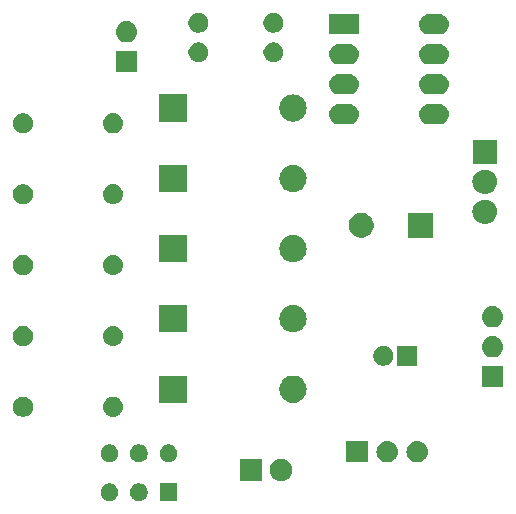
<source format=gts>
G04 #@! TF.GenerationSoftware,KiCad,Pcbnew,(5.1.4)-1*
G04 #@! TF.CreationDate,2022-04-26T14:24:58-06:00*
G04 #@! TF.ProjectId,UselessBox V2,5573656c-6573-4734-926f-782056322e6b,2*
G04 #@! TF.SameCoordinates,Original*
G04 #@! TF.FileFunction,Soldermask,Top*
G04 #@! TF.FilePolarity,Negative*
%FSLAX46Y46*%
G04 Gerber Fmt 4.6, Leading zero omitted, Abs format (unit mm)*
G04 Created by KiCad (PCBNEW (5.1.4)-1) date 2022-04-26 14:24:58*
%MOMM*%
%LPD*%
G04 APERTURE LIST*
%ADD10C,0.100000*%
G04 APERTURE END LIST*
D10*
G36*
X140070000Y-122544000D02*
G01*
X138568000Y-122544000D01*
X138568000Y-121042000D01*
X140070000Y-121042000D01*
X140070000Y-122544000D01*
X140070000Y-122544000D01*
G37*
G36*
X137038059Y-121070860D02*
G01*
X137174732Y-121127472D01*
X137297735Y-121209660D01*
X137402340Y-121314265D01*
X137484528Y-121437268D01*
X137541140Y-121573941D01*
X137570000Y-121719033D01*
X137570000Y-121866967D01*
X137541140Y-122012059D01*
X137484528Y-122148732D01*
X137402340Y-122271735D01*
X137297735Y-122376340D01*
X137174732Y-122458528D01*
X137174731Y-122458529D01*
X137174730Y-122458529D01*
X137038059Y-122515140D01*
X136892968Y-122544000D01*
X136745032Y-122544000D01*
X136599941Y-122515140D01*
X136463270Y-122458529D01*
X136463269Y-122458529D01*
X136463268Y-122458528D01*
X136340265Y-122376340D01*
X136235660Y-122271735D01*
X136153472Y-122148732D01*
X136096860Y-122012059D01*
X136068000Y-121866967D01*
X136068000Y-121719033D01*
X136096860Y-121573941D01*
X136153472Y-121437268D01*
X136235660Y-121314265D01*
X136340265Y-121209660D01*
X136463268Y-121127472D01*
X136599941Y-121070860D01*
X136745032Y-121042000D01*
X136892968Y-121042000D01*
X137038059Y-121070860D01*
X137038059Y-121070860D01*
G37*
G36*
X134538059Y-121070860D02*
G01*
X134674732Y-121127472D01*
X134797735Y-121209660D01*
X134902340Y-121314265D01*
X134984528Y-121437268D01*
X135041140Y-121573941D01*
X135070000Y-121719033D01*
X135070000Y-121866967D01*
X135041140Y-122012059D01*
X134984528Y-122148732D01*
X134902340Y-122271735D01*
X134797735Y-122376340D01*
X134674732Y-122458528D01*
X134674731Y-122458529D01*
X134674730Y-122458529D01*
X134538059Y-122515140D01*
X134392968Y-122544000D01*
X134245032Y-122544000D01*
X134099941Y-122515140D01*
X133963270Y-122458529D01*
X133963269Y-122458529D01*
X133963268Y-122458528D01*
X133840265Y-122376340D01*
X133735660Y-122271735D01*
X133653472Y-122148732D01*
X133596860Y-122012059D01*
X133568000Y-121866967D01*
X133568000Y-121719033D01*
X133596860Y-121573941D01*
X133653472Y-121437268D01*
X133735660Y-121314265D01*
X133840265Y-121209660D01*
X133963268Y-121127472D01*
X134099941Y-121070860D01*
X134245032Y-121042000D01*
X134392968Y-121042000D01*
X134538059Y-121070860D01*
X134538059Y-121070860D01*
G37*
G36*
X147255000Y-120839000D02*
G01*
X145353000Y-120839000D01*
X145353000Y-118937000D01*
X147255000Y-118937000D01*
X147255000Y-120839000D01*
X147255000Y-120839000D01*
G37*
G36*
X149121395Y-118973546D02*
G01*
X149294466Y-119045234D01*
X149294467Y-119045235D01*
X149450227Y-119149310D01*
X149582690Y-119281773D01*
X149582691Y-119281775D01*
X149686766Y-119437534D01*
X149758454Y-119610605D01*
X149795000Y-119794333D01*
X149795000Y-119981667D01*
X149758454Y-120165395D01*
X149686766Y-120338466D01*
X149686765Y-120338467D01*
X149582690Y-120494227D01*
X149450227Y-120626690D01*
X149371818Y-120679081D01*
X149294466Y-120730766D01*
X149121395Y-120802454D01*
X148937667Y-120839000D01*
X148750333Y-120839000D01*
X148566605Y-120802454D01*
X148393534Y-120730766D01*
X148316182Y-120679081D01*
X148237773Y-120626690D01*
X148105310Y-120494227D01*
X148001235Y-120338467D01*
X148001234Y-120338466D01*
X147929546Y-120165395D01*
X147893000Y-119981667D01*
X147893000Y-119794333D01*
X147929546Y-119610605D01*
X148001234Y-119437534D01*
X148105309Y-119281775D01*
X148105310Y-119281773D01*
X148237773Y-119149310D01*
X148393533Y-119045235D01*
X148393534Y-119045234D01*
X148566605Y-118973546D01*
X148750333Y-118937000D01*
X148937667Y-118937000D01*
X149121395Y-118973546D01*
X149121395Y-118973546D01*
G37*
G36*
X160481119Y-117469518D02*
G01*
X160547304Y-117476037D01*
X160717143Y-117527557D01*
X160873668Y-117611222D01*
X160909406Y-117640552D01*
X161010863Y-117723814D01*
X161094125Y-117825271D01*
X161123455Y-117861009D01*
X161207120Y-118017534D01*
X161258640Y-118187373D01*
X161276036Y-118364000D01*
X161258640Y-118540627D01*
X161207120Y-118710466D01*
X161123455Y-118866991D01*
X161094125Y-118902729D01*
X161010863Y-119004186D01*
X160909406Y-119087448D01*
X160873668Y-119116778D01*
X160717143Y-119200443D01*
X160547304Y-119251963D01*
X160481120Y-119258481D01*
X160414937Y-119265000D01*
X160326417Y-119265000D01*
X160260234Y-119258481D01*
X160194050Y-119251963D01*
X160024211Y-119200443D01*
X159867686Y-119116778D01*
X159831948Y-119087448D01*
X159730491Y-119004186D01*
X159647229Y-118902729D01*
X159617899Y-118866991D01*
X159534234Y-118710466D01*
X159482714Y-118540627D01*
X159465318Y-118364000D01*
X159482714Y-118187373D01*
X159534234Y-118017534D01*
X159617899Y-117861009D01*
X159647229Y-117825271D01*
X159730491Y-117723814D01*
X159831948Y-117640552D01*
X159867686Y-117611222D01*
X160024211Y-117527557D01*
X160194050Y-117476037D01*
X160260235Y-117469518D01*
X160326417Y-117463000D01*
X160414937Y-117463000D01*
X160481119Y-117469518D01*
X160481119Y-117469518D01*
G37*
G36*
X157941119Y-117469518D02*
G01*
X158007304Y-117476037D01*
X158177143Y-117527557D01*
X158333668Y-117611222D01*
X158369406Y-117640552D01*
X158470863Y-117723814D01*
X158554125Y-117825271D01*
X158583455Y-117861009D01*
X158667120Y-118017534D01*
X158718640Y-118187373D01*
X158736036Y-118364000D01*
X158718640Y-118540627D01*
X158667120Y-118710466D01*
X158583455Y-118866991D01*
X158554125Y-118902729D01*
X158470863Y-119004186D01*
X158369406Y-119087448D01*
X158333668Y-119116778D01*
X158177143Y-119200443D01*
X158007304Y-119251963D01*
X157941120Y-119258481D01*
X157874937Y-119265000D01*
X157786417Y-119265000D01*
X157720234Y-119258481D01*
X157654050Y-119251963D01*
X157484211Y-119200443D01*
X157327686Y-119116778D01*
X157291948Y-119087448D01*
X157190491Y-119004186D01*
X157107229Y-118902729D01*
X157077899Y-118866991D01*
X156994234Y-118710466D01*
X156942714Y-118540627D01*
X156925318Y-118364000D01*
X156942714Y-118187373D01*
X156994234Y-118017534D01*
X157077899Y-117861009D01*
X157107229Y-117825271D01*
X157190491Y-117723814D01*
X157291948Y-117640552D01*
X157327686Y-117611222D01*
X157484211Y-117527557D01*
X157654050Y-117476037D01*
X157720235Y-117469518D01*
X157786417Y-117463000D01*
X157874937Y-117463000D01*
X157941119Y-117469518D01*
X157941119Y-117469518D01*
G37*
G36*
X156191677Y-119265000D02*
G01*
X154389677Y-119265000D01*
X154389677Y-117463000D01*
X156191677Y-117463000D01*
X156191677Y-119265000D01*
X156191677Y-119265000D01*
G37*
G36*
X139538059Y-117770860D02*
G01*
X139674732Y-117827472D01*
X139797735Y-117909660D01*
X139902340Y-118014265D01*
X139902341Y-118014267D01*
X139984529Y-118137270D01*
X140041140Y-118273941D01*
X140059054Y-118364000D01*
X140070000Y-118419033D01*
X140070000Y-118566967D01*
X140041140Y-118712059D01*
X139984528Y-118848732D01*
X139902340Y-118971735D01*
X139797735Y-119076340D01*
X139674732Y-119158528D01*
X139674731Y-119158529D01*
X139674730Y-119158529D01*
X139538059Y-119215140D01*
X139392968Y-119244000D01*
X139245032Y-119244000D01*
X139099941Y-119215140D01*
X138963270Y-119158529D01*
X138963269Y-119158529D01*
X138963268Y-119158528D01*
X138840265Y-119076340D01*
X138735660Y-118971735D01*
X138653472Y-118848732D01*
X138596860Y-118712059D01*
X138568000Y-118566967D01*
X138568000Y-118419033D01*
X138578947Y-118364000D01*
X138596860Y-118273941D01*
X138653471Y-118137270D01*
X138735659Y-118014267D01*
X138735660Y-118014265D01*
X138840265Y-117909660D01*
X138963268Y-117827472D01*
X139099941Y-117770860D01*
X139245032Y-117742000D01*
X139392968Y-117742000D01*
X139538059Y-117770860D01*
X139538059Y-117770860D01*
G37*
G36*
X137038059Y-117770860D02*
G01*
X137174732Y-117827472D01*
X137297735Y-117909660D01*
X137402340Y-118014265D01*
X137402341Y-118014267D01*
X137484529Y-118137270D01*
X137541140Y-118273941D01*
X137559054Y-118364000D01*
X137570000Y-118419033D01*
X137570000Y-118566967D01*
X137541140Y-118712059D01*
X137484528Y-118848732D01*
X137402340Y-118971735D01*
X137297735Y-119076340D01*
X137174732Y-119158528D01*
X137174731Y-119158529D01*
X137174730Y-119158529D01*
X137038059Y-119215140D01*
X136892968Y-119244000D01*
X136745032Y-119244000D01*
X136599941Y-119215140D01*
X136463270Y-119158529D01*
X136463269Y-119158529D01*
X136463268Y-119158528D01*
X136340265Y-119076340D01*
X136235660Y-118971735D01*
X136153472Y-118848732D01*
X136096860Y-118712059D01*
X136068000Y-118566967D01*
X136068000Y-118419033D01*
X136078947Y-118364000D01*
X136096860Y-118273941D01*
X136153471Y-118137270D01*
X136235659Y-118014267D01*
X136235660Y-118014265D01*
X136340265Y-117909660D01*
X136463268Y-117827472D01*
X136599941Y-117770860D01*
X136745032Y-117742000D01*
X136892968Y-117742000D01*
X137038059Y-117770860D01*
X137038059Y-117770860D01*
G37*
G36*
X134538059Y-117770860D02*
G01*
X134674732Y-117827472D01*
X134797735Y-117909660D01*
X134902340Y-118014265D01*
X134902341Y-118014267D01*
X134984529Y-118137270D01*
X135041140Y-118273941D01*
X135059054Y-118364000D01*
X135070000Y-118419033D01*
X135070000Y-118566967D01*
X135041140Y-118712059D01*
X134984528Y-118848732D01*
X134902340Y-118971735D01*
X134797735Y-119076340D01*
X134674732Y-119158528D01*
X134674731Y-119158529D01*
X134674730Y-119158529D01*
X134538059Y-119215140D01*
X134392968Y-119244000D01*
X134245032Y-119244000D01*
X134099941Y-119215140D01*
X133963270Y-119158529D01*
X133963269Y-119158529D01*
X133963268Y-119158528D01*
X133840265Y-119076340D01*
X133735660Y-118971735D01*
X133653472Y-118848732D01*
X133596860Y-118712059D01*
X133568000Y-118566967D01*
X133568000Y-118419033D01*
X133578947Y-118364000D01*
X133596860Y-118273941D01*
X133653471Y-118137270D01*
X133735659Y-118014267D01*
X133735660Y-118014265D01*
X133840265Y-117909660D01*
X133963268Y-117827472D01*
X134099941Y-117770860D01*
X134245032Y-117742000D01*
X134392968Y-117742000D01*
X134538059Y-117770860D01*
X134538059Y-117770860D01*
G37*
G36*
X134786823Y-113715313D02*
G01*
X134947242Y-113763976D01*
X135014361Y-113799852D01*
X135095078Y-113842996D01*
X135224659Y-113949341D01*
X135331004Y-114078922D01*
X135331005Y-114078924D01*
X135410024Y-114226758D01*
X135458687Y-114387177D01*
X135475117Y-114554000D01*
X135458687Y-114720823D01*
X135410024Y-114881242D01*
X135369477Y-114957100D01*
X135331004Y-115029078D01*
X135224659Y-115158659D01*
X135095078Y-115265004D01*
X135095076Y-115265005D01*
X134947242Y-115344024D01*
X134786823Y-115392687D01*
X134661804Y-115405000D01*
X134578196Y-115405000D01*
X134453177Y-115392687D01*
X134292758Y-115344024D01*
X134144924Y-115265005D01*
X134144922Y-115265004D01*
X134015341Y-115158659D01*
X133908996Y-115029078D01*
X133870523Y-114957100D01*
X133829976Y-114881242D01*
X133781313Y-114720823D01*
X133764883Y-114554000D01*
X133781313Y-114387177D01*
X133829976Y-114226758D01*
X133908995Y-114078924D01*
X133908996Y-114078922D01*
X134015341Y-113949341D01*
X134144922Y-113842996D01*
X134225639Y-113799852D01*
X134292758Y-113763976D01*
X134453177Y-113715313D01*
X134578196Y-113703000D01*
X134661804Y-113703000D01*
X134786823Y-113715313D01*
X134786823Y-113715313D01*
G37*
G36*
X127248228Y-113735703D02*
G01*
X127403100Y-113799853D01*
X127542481Y-113892985D01*
X127661015Y-114011519D01*
X127754147Y-114150900D01*
X127818297Y-114305772D01*
X127851000Y-114470184D01*
X127851000Y-114637816D01*
X127818297Y-114802228D01*
X127754147Y-114957100D01*
X127661015Y-115096481D01*
X127542481Y-115215015D01*
X127403100Y-115308147D01*
X127248228Y-115372297D01*
X127083816Y-115405000D01*
X126916184Y-115405000D01*
X126751772Y-115372297D01*
X126596900Y-115308147D01*
X126457519Y-115215015D01*
X126338985Y-115096481D01*
X126245853Y-114957100D01*
X126181703Y-114802228D01*
X126149000Y-114637816D01*
X126149000Y-114470184D01*
X126181703Y-114305772D01*
X126245853Y-114150900D01*
X126338985Y-114011519D01*
X126457519Y-113892985D01*
X126596900Y-113799853D01*
X126751772Y-113735703D01*
X126916184Y-113703000D01*
X127083816Y-113703000D01*
X127248228Y-113735703D01*
X127248228Y-113735703D01*
G37*
G36*
X140851000Y-114208000D02*
G01*
X138549000Y-114208000D01*
X138549000Y-111906000D01*
X140851000Y-111906000D01*
X140851000Y-114208000D01*
X140851000Y-114208000D01*
G37*
G36*
X150029271Y-111917103D02*
G01*
X150085635Y-111922654D01*
X150302600Y-111988470D01*
X150302602Y-111988471D01*
X150502555Y-112095347D01*
X150677818Y-112239182D01*
X150821653Y-112414445D01*
X150928529Y-112614398D01*
X150994346Y-112831366D01*
X151016569Y-113057000D01*
X150994346Y-113282634D01*
X150928529Y-113499602D01*
X150821653Y-113699555D01*
X150677818Y-113874818D01*
X150502555Y-114018653D01*
X150302602Y-114125529D01*
X150302600Y-114125530D01*
X150085635Y-114191346D01*
X150029271Y-114196897D01*
X149916545Y-114208000D01*
X149803455Y-114208000D01*
X149690729Y-114196897D01*
X149634365Y-114191346D01*
X149417400Y-114125530D01*
X149417398Y-114125529D01*
X149217445Y-114018653D01*
X149042182Y-113874818D01*
X148898347Y-113699555D01*
X148791471Y-113499602D01*
X148725654Y-113282634D01*
X148703431Y-113057000D01*
X148725654Y-112831366D01*
X148791471Y-112614398D01*
X148898347Y-112414445D01*
X149042182Y-112239182D01*
X149217445Y-112095347D01*
X149417398Y-111988471D01*
X149417400Y-111988470D01*
X149634365Y-111922654D01*
X149690729Y-111917103D01*
X149803455Y-111906000D01*
X149916545Y-111906000D01*
X150029271Y-111917103D01*
X150029271Y-111917103D01*
G37*
G36*
X167652000Y-112915000D02*
G01*
X165850000Y-112915000D01*
X165850000Y-111113000D01*
X167652000Y-111113000D01*
X167652000Y-112915000D01*
X167652000Y-112915000D01*
G37*
G36*
X160363000Y-111087000D02*
G01*
X158661000Y-111087000D01*
X158661000Y-109385000D01*
X160363000Y-109385000D01*
X160363000Y-111087000D01*
X160363000Y-111087000D01*
G37*
G36*
X157760228Y-109417703D02*
G01*
X157915100Y-109481853D01*
X158054481Y-109574985D01*
X158173015Y-109693519D01*
X158266147Y-109832900D01*
X158330297Y-109987772D01*
X158363000Y-110152184D01*
X158363000Y-110319816D01*
X158330297Y-110484228D01*
X158266147Y-110639100D01*
X158173015Y-110778481D01*
X158054481Y-110897015D01*
X157915100Y-110990147D01*
X157760228Y-111054297D01*
X157595816Y-111087000D01*
X157428184Y-111087000D01*
X157263772Y-111054297D01*
X157108900Y-110990147D01*
X156969519Y-110897015D01*
X156850985Y-110778481D01*
X156757853Y-110639100D01*
X156693703Y-110484228D01*
X156661000Y-110319816D01*
X156661000Y-110152184D01*
X156693703Y-109987772D01*
X156757853Y-109832900D01*
X156850985Y-109693519D01*
X156969519Y-109574985D01*
X157108900Y-109481853D01*
X157263772Y-109417703D01*
X157428184Y-109385000D01*
X157595816Y-109385000D01*
X157760228Y-109417703D01*
X157760228Y-109417703D01*
G37*
G36*
X166861442Y-108579518D02*
G01*
X166927627Y-108586037D01*
X167097466Y-108637557D01*
X167253991Y-108721222D01*
X167289729Y-108750552D01*
X167391186Y-108833814D01*
X167474448Y-108935271D01*
X167503778Y-108971009D01*
X167587443Y-109127534D01*
X167638963Y-109297373D01*
X167656359Y-109474000D01*
X167638963Y-109650627D01*
X167587443Y-109820466D01*
X167503778Y-109976991D01*
X167494931Y-109987771D01*
X167391186Y-110114186D01*
X167289729Y-110197448D01*
X167253991Y-110226778D01*
X167097466Y-110310443D01*
X166927627Y-110361963D01*
X166861442Y-110368482D01*
X166795260Y-110375000D01*
X166706740Y-110375000D01*
X166640558Y-110368482D01*
X166574373Y-110361963D01*
X166404534Y-110310443D01*
X166248009Y-110226778D01*
X166212271Y-110197448D01*
X166110814Y-110114186D01*
X166007069Y-109987771D01*
X165998222Y-109976991D01*
X165914557Y-109820466D01*
X165863037Y-109650627D01*
X165845641Y-109474000D01*
X165863037Y-109297373D01*
X165914557Y-109127534D01*
X165998222Y-108971009D01*
X166027552Y-108935271D01*
X166110814Y-108833814D01*
X166212271Y-108750552D01*
X166248009Y-108721222D01*
X166404534Y-108637557D01*
X166574373Y-108586037D01*
X166640558Y-108579518D01*
X166706740Y-108573000D01*
X166795260Y-108573000D01*
X166861442Y-108579518D01*
X166861442Y-108579518D01*
G37*
G36*
X127248228Y-107734953D02*
G01*
X127403100Y-107799103D01*
X127542481Y-107892235D01*
X127661015Y-108010769D01*
X127754147Y-108150150D01*
X127818297Y-108305022D01*
X127851000Y-108469434D01*
X127851000Y-108637066D01*
X127818297Y-108801478D01*
X127754147Y-108956350D01*
X127661015Y-109095731D01*
X127542481Y-109214265D01*
X127403100Y-109307397D01*
X127248228Y-109371547D01*
X127083816Y-109404250D01*
X126916184Y-109404250D01*
X126751772Y-109371547D01*
X126596900Y-109307397D01*
X126457519Y-109214265D01*
X126338985Y-109095731D01*
X126245853Y-108956350D01*
X126181703Y-108801478D01*
X126149000Y-108637066D01*
X126149000Y-108469434D01*
X126181703Y-108305022D01*
X126245853Y-108150150D01*
X126338985Y-108010769D01*
X126457519Y-107892235D01*
X126596900Y-107799103D01*
X126751772Y-107734953D01*
X126916184Y-107702250D01*
X127083816Y-107702250D01*
X127248228Y-107734953D01*
X127248228Y-107734953D01*
G37*
G36*
X134786823Y-107714563D02*
G01*
X134947242Y-107763226D01*
X135014361Y-107799102D01*
X135095078Y-107842246D01*
X135224659Y-107948591D01*
X135331004Y-108078172D01*
X135331005Y-108078174D01*
X135410024Y-108226008D01*
X135458687Y-108386427D01*
X135475117Y-108553250D01*
X135458687Y-108720073D01*
X135410024Y-108880492D01*
X135339114Y-109013156D01*
X135331004Y-109028328D01*
X135224659Y-109157909D01*
X135095078Y-109264254D01*
X135095076Y-109264255D01*
X134947242Y-109343274D01*
X134786823Y-109391937D01*
X134661804Y-109404250D01*
X134578196Y-109404250D01*
X134453177Y-109391937D01*
X134292758Y-109343274D01*
X134144924Y-109264255D01*
X134144922Y-109264254D01*
X134015341Y-109157909D01*
X133908996Y-109028328D01*
X133900886Y-109013156D01*
X133829976Y-108880492D01*
X133781313Y-108720073D01*
X133764883Y-108553250D01*
X133781313Y-108386427D01*
X133829976Y-108226008D01*
X133908995Y-108078174D01*
X133908996Y-108078172D01*
X134015341Y-107948591D01*
X134144922Y-107842246D01*
X134225639Y-107799102D01*
X134292758Y-107763226D01*
X134453177Y-107714563D01*
X134578196Y-107702250D01*
X134661804Y-107702250D01*
X134786823Y-107714563D01*
X134786823Y-107714563D01*
G37*
G36*
X150029271Y-105966353D02*
G01*
X150085635Y-105971904D01*
X150302600Y-106037720D01*
X150302602Y-106037721D01*
X150502555Y-106144597D01*
X150677818Y-106288432D01*
X150821653Y-106463695D01*
X150928529Y-106663648D01*
X150928530Y-106663650D01*
X150956961Y-106757375D01*
X150994346Y-106880616D01*
X151016569Y-107106250D01*
X150994346Y-107331884D01*
X150928529Y-107548852D01*
X150821653Y-107748805D01*
X150677818Y-107924068D01*
X150502555Y-108067903D01*
X150348680Y-108150150D01*
X150302600Y-108174780D01*
X150085635Y-108240596D01*
X150029271Y-108246147D01*
X149916545Y-108257250D01*
X149803455Y-108257250D01*
X149690729Y-108246147D01*
X149634365Y-108240596D01*
X149417400Y-108174780D01*
X149371320Y-108150150D01*
X149217445Y-108067903D01*
X149042182Y-107924068D01*
X148898347Y-107748805D01*
X148791471Y-107548852D01*
X148725654Y-107331884D01*
X148703431Y-107106250D01*
X148725654Y-106880616D01*
X148763039Y-106757375D01*
X148791470Y-106663650D01*
X148791471Y-106663648D01*
X148898347Y-106463695D01*
X149042182Y-106288432D01*
X149217445Y-106144597D01*
X149417398Y-106037721D01*
X149417400Y-106037720D01*
X149634365Y-105971904D01*
X149690729Y-105966353D01*
X149803455Y-105955250D01*
X149916545Y-105955250D01*
X150029271Y-105966353D01*
X150029271Y-105966353D01*
G37*
G36*
X140851000Y-108257250D02*
G01*
X138549000Y-108257250D01*
X138549000Y-105955250D01*
X140851000Y-105955250D01*
X140851000Y-108257250D01*
X140851000Y-108257250D01*
G37*
G36*
X166843182Y-106037720D02*
G01*
X166927627Y-106046037D01*
X167097466Y-106097557D01*
X167253991Y-106181222D01*
X167289729Y-106210552D01*
X167391186Y-106293814D01*
X167474448Y-106395271D01*
X167503778Y-106431009D01*
X167587443Y-106587534D01*
X167638963Y-106757373D01*
X167656359Y-106934000D01*
X167638963Y-107110627D01*
X167587443Y-107280466D01*
X167503778Y-107436991D01*
X167474448Y-107472729D01*
X167391186Y-107574186D01*
X167289729Y-107657448D01*
X167253991Y-107686778D01*
X167097466Y-107770443D01*
X166927627Y-107821963D01*
X166861443Y-107828481D01*
X166795260Y-107835000D01*
X166706740Y-107835000D01*
X166640557Y-107828481D01*
X166574373Y-107821963D01*
X166404534Y-107770443D01*
X166248009Y-107686778D01*
X166212271Y-107657448D01*
X166110814Y-107574186D01*
X166027552Y-107472729D01*
X165998222Y-107436991D01*
X165914557Y-107280466D01*
X165863037Y-107110627D01*
X165845641Y-106934000D01*
X165863037Y-106757373D01*
X165914557Y-106587534D01*
X165998222Y-106431009D01*
X166027552Y-106395271D01*
X166110814Y-106293814D01*
X166212271Y-106210552D01*
X166248009Y-106181222D01*
X166404534Y-106097557D01*
X166574373Y-106046037D01*
X166658818Y-106037720D01*
X166706740Y-106033000D01*
X166795260Y-106033000D01*
X166843182Y-106037720D01*
X166843182Y-106037720D01*
G37*
G36*
X134786823Y-101713813D02*
G01*
X134947242Y-101762476D01*
X135014361Y-101798352D01*
X135095078Y-101841496D01*
X135224659Y-101947841D01*
X135331004Y-102077422D01*
X135331005Y-102077424D01*
X135410024Y-102225258D01*
X135458687Y-102385677D01*
X135475117Y-102552500D01*
X135458687Y-102719323D01*
X135410024Y-102879742D01*
X135369477Y-102955600D01*
X135331004Y-103027578D01*
X135224659Y-103157159D01*
X135095078Y-103263504D01*
X135095076Y-103263505D01*
X134947242Y-103342524D01*
X134786823Y-103391187D01*
X134661804Y-103403500D01*
X134578196Y-103403500D01*
X134453177Y-103391187D01*
X134292758Y-103342524D01*
X134144924Y-103263505D01*
X134144922Y-103263504D01*
X134015341Y-103157159D01*
X133908996Y-103027578D01*
X133870523Y-102955600D01*
X133829976Y-102879742D01*
X133781313Y-102719323D01*
X133764883Y-102552500D01*
X133781313Y-102385677D01*
X133829976Y-102225258D01*
X133908995Y-102077424D01*
X133908996Y-102077422D01*
X134015341Y-101947841D01*
X134144922Y-101841496D01*
X134225639Y-101798352D01*
X134292758Y-101762476D01*
X134453177Y-101713813D01*
X134578196Y-101701500D01*
X134661804Y-101701500D01*
X134786823Y-101713813D01*
X134786823Y-101713813D01*
G37*
G36*
X127248228Y-101734203D02*
G01*
X127403100Y-101798353D01*
X127542481Y-101891485D01*
X127661015Y-102010019D01*
X127754147Y-102149400D01*
X127818297Y-102304272D01*
X127851000Y-102468684D01*
X127851000Y-102636316D01*
X127818297Y-102800728D01*
X127754147Y-102955600D01*
X127661015Y-103094981D01*
X127542481Y-103213515D01*
X127403100Y-103306647D01*
X127248228Y-103370797D01*
X127083816Y-103403500D01*
X126916184Y-103403500D01*
X126751772Y-103370797D01*
X126596900Y-103306647D01*
X126457519Y-103213515D01*
X126338985Y-103094981D01*
X126245853Y-102955600D01*
X126181703Y-102800728D01*
X126149000Y-102636316D01*
X126149000Y-102468684D01*
X126181703Y-102304272D01*
X126245853Y-102149400D01*
X126338985Y-102010019D01*
X126457519Y-101891485D01*
X126596900Y-101798353D01*
X126751772Y-101734203D01*
X126916184Y-101701500D01*
X127083816Y-101701500D01*
X127248228Y-101734203D01*
X127248228Y-101734203D01*
G37*
G36*
X140851000Y-102306500D02*
G01*
X138549000Y-102306500D01*
X138549000Y-100004500D01*
X140851000Y-100004500D01*
X140851000Y-102306500D01*
X140851000Y-102306500D01*
G37*
G36*
X150029271Y-100015603D02*
G01*
X150085635Y-100021154D01*
X150302600Y-100086970D01*
X150302602Y-100086971D01*
X150502555Y-100193847D01*
X150677818Y-100337682D01*
X150821653Y-100512945D01*
X150928529Y-100712898D01*
X150994346Y-100929866D01*
X151016569Y-101155500D01*
X150994346Y-101381134D01*
X150928529Y-101598102D01*
X150821653Y-101798055D01*
X150677818Y-101973318D01*
X150502555Y-102117153D01*
X150302602Y-102224029D01*
X150302600Y-102224030D01*
X150085635Y-102289846D01*
X150029271Y-102295397D01*
X149916545Y-102306500D01*
X149803455Y-102306500D01*
X149690729Y-102295397D01*
X149634365Y-102289846D01*
X149417400Y-102224030D01*
X149417398Y-102224029D01*
X149217445Y-102117153D01*
X149042182Y-101973318D01*
X148898347Y-101798055D01*
X148791471Y-101598102D01*
X148725654Y-101381134D01*
X148703431Y-101155500D01*
X148725654Y-100929866D01*
X148791471Y-100712898D01*
X148898347Y-100512945D01*
X149042182Y-100337682D01*
X149217445Y-100193847D01*
X149417398Y-100086971D01*
X149417400Y-100086970D01*
X149634365Y-100021154D01*
X149690729Y-100015603D01*
X149803455Y-100004500D01*
X149916545Y-100004500D01*
X150029271Y-100015603D01*
X150029271Y-100015603D01*
G37*
G36*
X155961564Y-98176389D02*
G01*
X156116868Y-98240718D01*
X156152835Y-98255616D01*
X156324973Y-98370635D01*
X156471365Y-98517027D01*
X156529620Y-98604211D01*
X156586385Y-98689167D01*
X156665611Y-98880436D01*
X156706000Y-99083484D01*
X156706000Y-99290516D01*
X156665611Y-99493564D01*
X156586385Y-99684833D01*
X156586384Y-99684835D01*
X156471365Y-99856973D01*
X156324973Y-100003365D01*
X156152835Y-100118384D01*
X156152834Y-100118385D01*
X156152833Y-100118385D01*
X155961564Y-100197611D01*
X155758516Y-100238000D01*
X155551484Y-100238000D01*
X155348436Y-100197611D01*
X155157167Y-100118385D01*
X155157166Y-100118385D01*
X155157165Y-100118384D01*
X154985027Y-100003365D01*
X154838635Y-99856973D01*
X154723616Y-99684835D01*
X154723615Y-99684833D01*
X154644389Y-99493564D01*
X154604000Y-99290516D01*
X154604000Y-99083484D01*
X154644389Y-98880436D01*
X154723615Y-98689167D01*
X154780381Y-98604211D01*
X154838635Y-98517027D01*
X154985027Y-98370635D01*
X155157165Y-98255616D01*
X155193132Y-98240718D01*
X155348436Y-98176389D01*
X155551484Y-98136000D01*
X155758516Y-98136000D01*
X155961564Y-98176389D01*
X155961564Y-98176389D01*
G37*
G36*
X161706000Y-100238000D02*
G01*
X159604000Y-100238000D01*
X159604000Y-98136000D01*
X161706000Y-98136000D01*
X161706000Y-100238000D01*
X161706000Y-100238000D01*
G37*
G36*
X166261936Y-97045340D02*
G01*
X166360220Y-97055020D01*
X166549381Y-97112401D01*
X166723712Y-97205583D01*
X166876515Y-97330985D01*
X167001917Y-97483788D01*
X167095099Y-97658119D01*
X167152480Y-97847280D01*
X167171855Y-98044000D01*
X167152480Y-98240720D01*
X167095099Y-98429881D01*
X167001917Y-98604212D01*
X166876515Y-98757015D01*
X166723712Y-98882417D01*
X166549381Y-98975599D01*
X166360220Y-99032980D01*
X166261936Y-99042660D01*
X166212795Y-99047500D01*
X166019205Y-99047500D01*
X165970064Y-99042660D01*
X165871780Y-99032980D01*
X165682619Y-98975599D01*
X165508288Y-98882417D01*
X165355485Y-98757015D01*
X165230083Y-98604212D01*
X165136901Y-98429881D01*
X165079520Y-98240720D01*
X165060145Y-98044000D01*
X165079520Y-97847280D01*
X165136901Y-97658119D01*
X165230083Y-97483788D01*
X165355485Y-97330985D01*
X165508288Y-97205583D01*
X165682619Y-97112401D01*
X165871780Y-97055020D01*
X165970064Y-97045340D01*
X166019205Y-97040500D01*
X166212795Y-97040500D01*
X166261936Y-97045340D01*
X166261936Y-97045340D01*
G37*
G36*
X134786823Y-95713063D02*
G01*
X134947242Y-95761726D01*
X135014361Y-95797602D01*
X135095078Y-95840746D01*
X135224659Y-95947091D01*
X135331004Y-96076672D01*
X135331005Y-96076674D01*
X135410024Y-96224508D01*
X135458687Y-96384927D01*
X135475117Y-96551750D01*
X135458687Y-96718573D01*
X135410024Y-96878992D01*
X135369477Y-96954850D01*
X135331004Y-97026828D01*
X135224659Y-97156409D01*
X135095078Y-97262754D01*
X135095076Y-97262755D01*
X134947242Y-97341774D01*
X134786823Y-97390437D01*
X134661804Y-97402750D01*
X134578196Y-97402750D01*
X134453177Y-97390437D01*
X134292758Y-97341774D01*
X134144924Y-97262755D01*
X134144922Y-97262754D01*
X134015341Y-97156409D01*
X133908996Y-97026828D01*
X133870523Y-96954850D01*
X133829976Y-96878992D01*
X133781313Y-96718573D01*
X133764883Y-96551750D01*
X133781313Y-96384927D01*
X133829976Y-96224508D01*
X133908995Y-96076674D01*
X133908996Y-96076672D01*
X134015341Y-95947091D01*
X134144922Y-95840746D01*
X134225639Y-95797602D01*
X134292758Y-95761726D01*
X134453177Y-95713063D01*
X134578196Y-95700750D01*
X134661804Y-95700750D01*
X134786823Y-95713063D01*
X134786823Y-95713063D01*
G37*
G36*
X127248228Y-95733453D02*
G01*
X127403100Y-95797603D01*
X127542481Y-95890735D01*
X127661015Y-96009269D01*
X127754147Y-96148650D01*
X127818297Y-96303522D01*
X127851000Y-96467934D01*
X127851000Y-96635566D01*
X127818297Y-96799978D01*
X127754147Y-96954850D01*
X127661015Y-97094231D01*
X127542481Y-97212765D01*
X127403100Y-97305897D01*
X127248228Y-97370047D01*
X127083816Y-97402750D01*
X126916184Y-97402750D01*
X126751772Y-97370047D01*
X126596900Y-97305897D01*
X126457519Y-97212765D01*
X126338985Y-97094231D01*
X126245853Y-96954850D01*
X126181703Y-96799978D01*
X126149000Y-96635566D01*
X126149000Y-96467934D01*
X126181703Y-96303522D01*
X126245853Y-96148650D01*
X126338985Y-96009269D01*
X126457519Y-95890735D01*
X126596900Y-95797603D01*
X126751772Y-95733453D01*
X126916184Y-95700750D01*
X127083816Y-95700750D01*
X127248228Y-95733453D01*
X127248228Y-95733453D01*
G37*
G36*
X166261936Y-94505340D02*
G01*
X166360220Y-94515020D01*
X166549381Y-94572401D01*
X166723712Y-94665583D01*
X166876515Y-94790985D01*
X167001917Y-94943788D01*
X167095099Y-95118119D01*
X167152480Y-95307280D01*
X167171855Y-95504000D01*
X167152480Y-95700720D01*
X167095099Y-95889881D01*
X167001917Y-96064212D01*
X166876515Y-96217015D01*
X166723712Y-96342417D01*
X166549381Y-96435599D01*
X166360220Y-96492980D01*
X166261936Y-96502660D01*
X166212795Y-96507500D01*
X166019205Y-96507500D01*
X165970064Y-96502660D01*
X165871780Y-96492980D01*
X165682619Y-96435599D01*
X165508288Y-96342417D01*
X165355485Y-96217015D01*
X165230083Y-96064212D01*
X165136901Y-95889881D01*
X165079520Y-95700720D01*
X165060145Y-95504000D01*
X165079520Y-95307280D01*
X165136901Y-95118119D01*
X165230083Y-94943788D01*
X165355485Y-94790985D01*
X165508288Y-94665583D01*
X165682619Y-94572401D01*
X165871780Y-94515020D01*
X165970064Y-94505340D01*
X166019205Y-94500500D01*
X166212795Y-94500500D01*
X166261936Y-94505340D01*
X166261936Y-94505340D01*
G37*
G36*
X140851000Y-96355750D02*
G01*
X138549000Y-96355750D01*
X138549000Y-94053750D01*
X140851000Y-94053750D01*
X140851000Y-96355750D01*
X140851000Y-96355750D01*
G37*
G36*
X150029271Y-94064853D02*
G01*
X150085635Y-94070404D01*
X150302600Y-94136220D01*
X150302602Y-94136221D01*
X150502555Y-94243097D01*
X150677818Y-94386932D01*
X150821653Y-94562195D01*
X150876914Y-94665583D01*
X150928530Y-94762150D01*
X150994346Y-94979115D01*
X151016569Y-95204750D01*
X151006471Y-95307282D01*
X150994346Y-95430384D01*
X150928529Y-95647352D01*
X150821653Y-95847305D01*
X150677818Y-96022568D01*
X150502555Y-96166403D01*
X150393841Y-96224511D01*
X150302600Y-96273280D01*
X150085635Y-96339096D01*
X150051916Y-96342417D01*
X149916545Y-96355750D01*
X149803455Y-96355750D01*
X149668084Y-96342417D01*
X149634365Y-96339096D01*
X149417400Y-96273280D01*
X149326159Y-96224511D01*
X149217445Y-96166403D01*
X149042182Y-96022568D01*
X148898347Y-95847305D01*
X148791471Y-95647352D01*
X148725654Y-95430384D01*
X148713530Y-95307282D01*
X148703431Y-95204750D01*
X148725654Y-94979115D01*
X148791470Y-94762150D01*
X148843086Y-94665583D01*
X148898347Y-94562195D01*
X149042182Y-94386932D01*
X149217445Y-94243097D01*
X149417398Y-94136221D01*
X149417400Y-94136220D01*
X149634365Y-94070404D01*
X149690729Y-94064853D01*
X149803455Y-94053750D01*
X149916545Y-94053750D01*
X150029271Y-94064853D01*
X150029271Y-94064853D01*
G37*
G36*
X167167000Y-93967500D02*
G01*
X165065000Y-93967500D01*
X165065000Y-91960500D01*
X167167000Y-91960500D01*
X167167000Y-93967500D01*
X167167000Y-93967500D01*
G37*
G36*
X134786823Y-89712313D02*
G01*
X134947242Y-89760976D01*
X135014361Y-89796852D01*
X135095078Y-89839996D01*
X135224659Y-89946341D01*
X135331004Y-90075922D01*
X135331005Y-90075924D01*
X135410024Y-90223758D01*
X135458687Y-90384177D01*
X135475117Y-90551000D01*
X135458687Y-90717823D01*
X135410024Y-90878242D01*
X135369477Y-90954100D01*
X135331004Y-91026078D01*
X135224659Y-91155659D01*
X135095078Y-91262004D01*
X135095076Y-91262005D01*
X134947242Y-91341024D01*
X134786823Y-91389687D01*
X134661804Y-91402000D01*
X134578196Y-91402000D01*
X134453177Y-91389687D01*
X134292758Y-91341024D01*
X134144924Y-91262005D01*
X134144922Y-91262004D01*
X134015341Y-91155659D01*
X133908996Y-91026078D01*
X133870523Y-90954100D01*
X133829976Y-90878242D01*
X133781313Y-90717823D01*
X133764883Y-90551000D01*
X133781313Y-90384177D01*
X133829976Y-90223758D01*
X133908995Y-90075924D01*
X133908996Y-90075922D01*
X134015341Y-89946341D01*
X134144922Y-89839996D01*
X134225639Y-89796852D01*
X134292758Y-89760976D01*
X134453177Y-89712313D01*
X134578196Y-89700000D01*
X134661804Y-89700000D01*
X134786823Y-89712313D01*
X134786823Y-89712313D01*
G37*
G36*
X127248228Y-89732703D02*
G01*
X127403100Y-89796853D01*
X127542481Y-89889985D01*
X127661015Y-90008519D01*
X127754147Y-90147900D01*
X127818297Y-90302772D01*
X127851000Y-90467184D01*
X127851000Y-90634816D01*
X127818297Y-90799228D01*
X127754147Y-90954100D01*
X127661015Y-91093481D01*
X127542481Y-91212015D01*
X127403100Y-91305147D01*
X127248228Y-91369297D01*
X127083816Y-91402000D01*
X126916184Y-91402000D01*
X126751772Y-91369297D01*
X126596900Y-91305147D01*
X126457519Y-91212015D01*
X126338985Y-91093481D01*
X126245853Y-90954100D01*
X126181703Y-90799228D01*
X126149000Y-90634816D01*
X126149000Y-90467184D01*
X126181703Y-90302772D01*
X126245853Y-90147900D01*
X126338985Y-90008519D01*
X126457519Y-89889985D01*
X126596900Y-89796853D01*
X126751772Y-89732703D01*
X126916184Y-89700000D01*
X127083816Y-89700000D01*
X127248228Y-89732703D01*
X127248228Y-89732703D01*
G37*
G36*
X162364823Y-88950313D02*
G01*
X162525242Y-88998976D01*
X162657906Y-89069886D01*
X162673078Y-89077996D01*
X162802659Y-89184341D01*
X162909004Y-89313922D01*
X162909005Y-89313924D01*
X162988024Y-89461758D01*
X163036687Y-89622177D01*
X163053117Y-89789000D01*
X163036687Y-89955823D01*
X162988024Y-90116242D01*
X162934888Y-90215652D01*
X162909004Y-90264078D01*
X162802659Y-90393659D01*
X162673078Y-90500004D01*
X162673076Y-90500005D01*
X162525242Y-90579024D01*
X162364823Y-90627687D01*
X162239804Y-90640000D01*
X161356196Y-90640000D01*
X161231177Y-90627687D01*
X161070758Y-90579024D01*
X160922924Y-90500005D01*
X160922922Y-90500004D01*
X160793341Y-90393659D01*
X160686996Y-90264078D01*
X160661112Y-90215652D01*
X160607976Y-90116242D01*
X160559313Y-89955823D01*
X160542883Y-89789000D01*
X160559313Y-89622177D01*
X160607976Y-89461758D01*
X160686995Y-89313924D01*
X160686996Y-89313922D01*
X160793341Y-89184341D01*
X160922922Y-89077996D01*
X160938094Y-89069886D01*
X161070758Y-88998976D01*
X161231177Y-88950313D01*
X161356196Y-88938000D01*
X162239804Y-88938000D01*
X162364823Y-88950313D01*
X162364823Y-88950313D01*
G37*
G36*
X154744823Y-88950313D02*
G01*
X154905242Y-88998976D01*
X155037906Y-89069886D01*
X155053078Y-89077996D01*
X155182659Y-89184341D01*
X155289004Y-89313922D01*
X155289005Y-89313924D01*
X155368024Y-89461758D01*
X155416687Y-89622177D01*
X155433117Y-89789000D01*
X155416687Y-89955823D01*
X155368024Y-90116242D01*
X155314888Y-90215652D01*
X155289004Y-90264078D01*
X155182659Y-90393659D01*
X155053078Y-90500004D01*
X155053076Y-90500005D01*
X154905242Y-90579024D01*
X154744823Y-90627687D01*
X154619804Y-90640000D01*
X153736196Y-90640000D01*
X153611177Y-90627687D01*
X153450758Y-90579024D01*
X153302924Y-90500005D01*
X153302922Y-90500004D01*
X153173341Y-90393659D01*
X153066996Y-90264078D01*
X153041112Y-90215652D01*
X152987976Y-90116242D01*
X152939313Y-89955823D01*
X152922883Y-89789000D01*
X152939313Y-89622177D01*
X152987976Y-89461758D01*
X153066995Y-89313924D01*
X153066996Y-89313922D01*
X153173341Y-89184341D01*
X153302922Y-89077996D01*
X153318094Y-89069886D01*
X153450758Y-88998976D01*
X153611177Y-88950313D01*
X153736196Y-88938000D01*
X154619804Y-88938000D01*
X154744823Y-88950313D01*
X154744823Y-88950313D01*
G37*
G36*
X140851000Y-90405000D02*
G01*
X138549000Y-90405000D01*
X138549000Y-88103000D01*
X140851000Y-88103000D01*
X140851000Y-90405000D01*
X140851000Y-90405000D01*
G37*
G36*
X150029271Y-88114103D02*
G01*
X150085635Y-88119654D01*
X150302600Y-88185470D01*
X150302602Y-88185471D01*
X150502555Y-88292347D01*
X150677818Y-88436182D01*
X150821653Y-88611445D01*
X150928529Y-88811398D01*
X150928530Y-88811400D01*
X150994346Y-89028365D01*
X151016569Y-89254000D01*
X150994346Y-89479635D01*
X150951107Y-89622175D01*
X150928529Y-89696602D01*
X150821653Y-89896555D01*
X150677818Y-90071818D01*
X150502555Y-90215653D01*
X150339567Y-90302771D01*
X150302600Y-90322530D01*
X150085635Y-90388346D01*
X150031691Y-90393659D01*
X149916545Y-90405000D01*
X149803455Y-90405000D01*
X149688309Y-90393659D01*
X149634365Y-90388346D01*
X149417400Y-90322530D01*
X149380433Y-90302771D01*
X149217445Y-90215653D01*
X149042182Y-90071818D01*
X148898347Y-89896555D01*
X148791471Y-89696602D01*
X148768894Y-89622175D01*
X148725654Y-89479635D01*
X148703431Y-89254000D01*
X148725654Y-89028365D01*
X148791470Y-88811400D01*
X148791471Y-88811398D01*
X148898347Y-88611445D01*
X149042182Y-88436182D01*
X149217445Y-88292347D01*
X149417398Y-88185471D01*
X149417400Y-88185470D01*
X149634365Y-88119654D01*
X149690729Y-88114103D01*
X149803455Y-88103000D01*
X149916545Y-88103000D01*
X150029271Y-88114103D01*
X150029271Y-88114103D01*
G37*
G36*
X162364823Y-86410313D02*
G01*
X162525242Y-86458976D01*
X162657906Y-86529886D01*
X162673078Y-86537996D01*
X162802659Y-86644341D01*
X162909004Y-86773922D01*
X162909005Y-86773924D01*
X162988024Y-86921758D01*
X163036687Y-87082177D01*
X163053117Y-87249000D01*
X163036687Y-87415823D01*
X162988024Y-87576242D01*
X162917114Y-87708906D01*
X162909004Y-87724078D01*
X162802659Y-87853659D01*
X162673078Y-87960004D01*
X162673076Y-87960005D01*
X162525242Y-88039024D01*
X162364823Y-88087687D01*
X162239804Y-88100000D01*
X161356196Y-88100000D01*
X161231177Y-88087687D01*
X161070758Y-88039024D01*
X160922924Y-87960005D01*
X160922922Y-87960004D01*
X160793341Y-87853659D01*
X160686996Y-87724078D01*
X160678886Y-87708906D01*
X160607976Y-87576242D01*
X160559313Y-87415823D01*
X160542883Y-87249000D01*
X160559313Y-87082177D01*
X160607976Y-86921758D01*
X160686995Y-86773924D01*
X160686996Y-86773922D01*
X160793341Y-86644341D01*
X160922922Y-86537996D01*
X160938094Y-86529886D01*
X161070758Y-86458976D01*
X161231177Y-86410313D01*
X161356196Y-86398000D01*
X162239804Y-86398000D01*
X162364823Y-86410313D01*
X162364823Y-86410313D01*
G37*
G36*
X154744823Y-86410313D02*
G01*
X154905242Y-86458976D01*
X155037906Y-86529886D01*
X155053078Y-86537996D01*
X155182659Y-86644341D01*
X155289004Y-86773922D01*
X155289005Y-86773924D01*
X155368024Y-86921758D01*
X155416687Y-87082177D01*
X155433117Y-87249000D01*
X155416687Y-87415823D01*
X155368024Y-87576242D01*
X155297114Y-87708906D01*
X155289004Y-87724078D01*
X155182659Y-87853659D01*
X155053078Y-87960004D01*
X155053076Y-87960005D01*
X154905242Y-88039024D01*
X154744823Y-88087687D01*
X154619804Y-88100000D01*
X153736196Y-88100000D01*
X153611177Y-88087687D01*
X153450758Y-88039024D01*
X153302924Y-87960005D01*
X153302922Y-87960004D01*
X153173341Y-87853659D01*
X153066996Y-87724078D01*
X153058886Y-87708906D01*
X152987976Y-87576242D01*
X152939313Y-87415823D01*
X152922883Y-87249000D01*
X152939313Y-87082177D01*
X152987976Y-86921758D01*
X153066995Y-86773924D01*
X153066996Y-86773922D01*
X153173341Y-86644341D01*
X153302922Y-86537996D01*
X153318094Y-86529886D01*
X153450758Y-86458976D01*
X153611177Y-86410313D01*
X153736196Y-86398000D01*
X154619804Y-86398000D01*
X154744823Y-86410313D01*
X154744823Y-86410313D01*
G37*
G36*
X136664000Y-86245000D02*
G01*
X134862000Y-86245000D01*
X134862000Y-84443000D01*
X136664000Y-84443000D01*
X136664000Y-86245000D01*
X136664000Y-86245000D01*
G37*
G36*
X154744823Y-83870313D02*
G01*
X154905242Y-83918976D01*
X155037906Y-83989886D01*
X155053078Y-83997996D01*
X155182659Y-84104341D01*
X155289004Y-84233922D01*
X155289005Y-84233924D01*
X155368024Y-84381758D01*
X155416687Y-84542177D01*
X155433117Y-84709000D01*
X155416687Y-84875823D01*
X155368024Y-85036242D01*
X155297114Y-85168906D01*
X155289004Y-85184078D01*
X155182659Y-85313659D01*
X155053078Y-85420004D01*
X155053076Y-85420005D01*
X154905242Y-85499024D01*
X154744823Y-85547687D01*
X154619804Y-85560000D01*
X153736196Y-85560000D01*
X153611177Y-85547687D01*
X153450758Y-85499024D01*
X153302924Y-85420005D01*
X153302922Y-85420004D01*
X153173341Y-85313659D01*
X153066996Y-85184078D01*
X153058886Y-85168906D01*
X152987976Y-85036242D01*
X152939313Y-84875823D01*
X152922883Y-84709000D01*
X152939313Y-84542177D01*
X152987976Y-84381758D01*
X153066995Y-84233924D01*
X153066996Y-84233922D01*
X153173341Y-84104341D01*
X153302922Y-83997996D01*
X153318094Y-83989886D01*
X153450758Y-83918976D01*
X153611177Y-83870313D01*
X153736196Y-83858000D01*
X154619804Y-83858000D01*
X154744823Y-83870313D01*
X154744823Y-83870313D01*
G37*
G36*
X162364823Y-83870313D02*
G01*
X162525242Y-83918976D01*
X162657906Y-83989886D01*
X162673078Y-83997996D01*
X162802659Y-84104341D01*
X162909004Y-84233922D01*
X162909005Y-84233924D01*
X162988024Y-84381758D01*
X163036687Y-84542177D01*
X163053117Y-84709000D01*
X163036687Y-84875823D01*
X162988024Y-85036242D01*
X162917114Y-85168906D01*
X162909004Y-85184078D01*
X162802659Y-85313659D01*
X162673078Y-85420004D01*
X162673076Y-85420005D01*
X162525242Y-85499024D01*
X162364823Y-85547687D01*
X162239804Y-85560000D01*
X161356196Y-85560000D01*
X161231177Y-85547687D01*
X161070758Y-85499024D01*
X160922924Y-85420005D01*
X160922922Y-85420004D01*
X160793341Y-85313659D01*
X160686996Y-85184078D01*
X160678886Y-85168906D01*
X160607976Y-85036242D01*
X160559313Y-84875823D01*
X160542883Y-84709000D01*
X160559313Y-84542177D01*
X160607976Y-84381758D01*
X160686995Y-84233924D01*
X160686996Y-84233922D01*
X160793341Y-84104341D01*
X160922922Y-83997996D01*
X160938094Y-83989886D01*
X161070758Y-83918976D01*
X161231177Y-83870313D01*
X161356196Y-83858000D01*
X162239804Y-83858000D01*
X162364823Y-83870313D01*
X162364823Y-83870313D01*
G37*
G36*
X142107228Y-83725703D02*
G01*
X142262100Y-83789853D01*
X142401481Y-83882985D01*
X142520015Y-84001519D01*
X142613147Y-84140900D01*
X142677297Y-84295772D01*
X142710000Y-84460184D01*
X142710000Y-84627816D01*
X142677297Y-84792228D01*
X142613147Y-84947100D01*
X142520015Y-85086481D01*
X142401481Y-85205015D01*
X142262100Y-85298147D01*
X142107228Y-85362297D01*
X141942816Y-85395000D01*
X141775184Y-85395000D01*
X141610772Y-85362297D01*
X141455900Y-85298147D01*
X141316519Y-85205015D01*
X141197985Y-85086481D01*
X141104853Y-84947100D01*
X141040703Y-84792228D01*
X141008000Y-84627816D01*
X141008000Y-84460184D01*
X141040703Y-84295772D01*
X141104853Y-84140900D01*
X141197985Y-84001519D01*
X141316519Y-83882985D01*
X141455900Y-83789853D01*
X141610772Y-83725703D01*
X141775184Y-83693000D01*
X141942816Y-83693000D01*
X142107228Y-83725703D01*
X142107228Y-83725703D01*
G37*
G36*
X148457228Y-83725703D02*
G01*
X148612100Y-83789853D01*
X148751481Y-83882985D01*
X148870015Y-84001519D01*
X148963147Y-84140900D01*
X149027297Y-84295772D01*
X149060000Y-84460184D01*
X149060000Y-84627816D01*
X149027297Y-84792228D01*
X148963147Y-84947100D01*
X148870015Y-85086481D01*
X148751481Y-85205015D01*
X148612100Y-85298147D01*
X148457228Y-85362297D01*
X148292816Y-85395000D01*
X148125184Y-85395000D01*
X147960772Y-85362297D01*
X147805900Y-85298147D01*
X147666519Y-85205015D01*
X147547985Y-85086481D01*
X147454853Y-84947100D01*
X147390703Y-84792228D01*
X147358000Y-84627816D01*
X147358000Y-84460184D01*
X147390703Y-84295772D01*
X147454853Y-84140900D01*
X147547985Y-84001519D01*
X147666519Y-83882985D01*
X147805900Y-83789853D01*
X147960772Y-83725703D01*
X148125184Y-83693000D01*
X148292816Y-83693000D01*
X148457228Y-83725703D01*
X148457228Y-83725703D01*
G37*
G36*
X135873442Y-81909518D02*
G01*
X135939627Y-81916037D01*
X136109466Y-81967557D01*
X136265991Y-82051222D01*
X136301729Y-82080552D01*
X136403186Y-82163814D01*
X136486448Y-82265271D01*
X136515778Y-82301009D01*
X136599443Y-82457534D01*
X136650963Y-82627373D01*
X136668359Y-82804000D01*
X136650963Y-82980627D01*
X136599443Y-83150466D01*
X136515778Y-83306991D01*
X136486448Y-83342729D01*
X136403186Y-83444186D01*
X136301729Y-83527448D01*
X136265991Y-83556778D01*
X136109466Y-83640443D01*
X135939627Y-83691963D01*
X135873442Y-83698482D01*
X135807260Y-83705000D01*
X135718740Y-83705000D01*
X135652558Y-83698482D01*
X135586373Y-83691963D01*
X135416534Y-83640443D01*
X135260009Y-83556778D01*
X135224271Y-83527448D01*
X135122814Y-83444186D01*
X135039552Y-83342729D01*
X135010222Y-83306991D01*
X134926557Y-83150466D01*
X134875037Y-82980627D01*
X134857641Y-82804000D01*
X134875037Y-82627373D01*
X134926557Y-82457534D01*
X135010222Y-82301009D01*
X135039552Y-82265271D01*
X135122814Y-82163814D01*
X135224271Y-82080552D01*
X135260009Y-82051222D01*
X135416534Y-81967557D01*
X135586373Y-81916037D01*
X135652558Y-81909518D01*
X135718740Y-81903000D01*
X135807260Y-81903000D01*
X135873442Y-81909518D01*
X135873442Y-81909518D01*
G37*
G36*
X155429000Y-83020000D02*
G01*
X152927000Y-83020000D01*
X152927000Y-81318000D01*
X155429000Y-81318000D01*
X155429000Y-83020000D01*
X155429000Y-83020000D01*
G37*
G36*
X162364823Y-81330313D02*
G01*
X162525242Y-81378976D01*
X162657906Y-81449886D01*
X162673078Y-81457996D01*
X162802659Y-81564341D01*
X162909004Y-81693922D01*
X162909005Y-81693924D01*
X162988024Y-81841758D01*
X163036687Y-82002177D01*
X163053117Y-82169000D01*
X163036687Y-82335823D01*
X162988024Y-82496242D01*
X162939791Y-82586480D01*
X162909004Y-82644078D01*
X162802659Y-82773659D01*
X162673078Y-82880004D01*
X162673076Y-82880005D01*
X162525242Y-82959024D01*
X162364823Y-83007687D01*
X162239804Y-83020000D01*
X161356196Y-83020000D01*
X161231177Y-83007687D01*
X161070758Y-82959024D01*
X160922924Y-82880005D01*
X160922922Y-82880004D01*
X160793341Y-82773659D01*
X160686996Y-82644078D01*
X160656209Y-82586480D01*
X160607976Y-82496242D01*
X160559313Y-82335823D01*
X160542883Y-82169000D01*
X160559313Y-82002177D01*
X160607976Y-81841758D01*
X160686995Y-81693924D01*
X160686996Y-81693922D01*
X160793341Y-81564341D01*
X160922922Y-81457996D01*
X160938094Y-81449886D01*
X161070758Y-81378976D01*
X161231177Y-81330313D01*
X161356196Y-81318000D01*
X162239804Y-81318000D01*
X162364823Y-81330313D01*
X162364823Y-81330313D01*
G37*
G36*
X148457228Y-81225703D02*
G01*
X148612100Y-81289853D01*
X148751481Y-81382985D01*
X148870015Y-81501519D01*
X148963147Y-81640900D01*
X149027297Y-81795772D01*
X149060000Y-81960184D01*
X149060000Y-82127816D01*
X149027297Y-82292228D01*
X148963147Y-82447100D01*
X148870015Y-82586481D01*
X148751481Y-82705015D01*
X148612100Y-82798147D01*
X148457228Y-82862297D01*
X148292816Y-82895000D01*
X148125184Y-82895000D01*
X147960772Y-82862297D01*
X147805900Y-82798147D01*
X147666519Y-82705015D01*
X147547985Y-82586481D01*
X147454853Y-82447100D01*
X147390703Y-82292228D01*
X147358000Y-82127816D01*
X147358000Y-81960184D01*
X147390703Y-81795772D01*
X147454853Y-81640900D01*
X147547985Y-81501519D01*
X147666519Y-81382985D01*
X147805900Y-81289853D01*
X147960772Y-81225703D01*
X148125184Y-81193000D01*
X148292816Y-81193000D01*
X148457228Y-81225703D01*
X148457228Y-81225703D01*
G37*
G36*
X142107228Y-81225703D02*
G01*
X142262100Y-81289853D01*
X142401481Y-81382985D01*
X142520015Y-81501519D01*
X142613147Y-81640900D01*
X142677297Y-81795772D01*
X142710000Y-81960184D01*
X142710000Y-82127816D01*
X142677297Y-82292228D01*
X142613147Y-82447100D01*
X142520015Y-82586481D01*
X142401481Y-82705015D01*
X142262100Y-82798147D01*
X142107228Y-82862297D01*
X141942816Y-82895000D01*
X141775184Y-82895000D01*
X141610772Y-82862297D01*
X141455900Y-82798147D01*
X141316519Y-82705015D01*
X141197985Y-82586481D01*
X141104853Y-82447100D01*
X141040703Y-82292228D01*
X141008000Y-82127816D01*
X141008000Y-81960184D01*
X141040703Y-81795772D01*
X141104853Y-81640900D01*
X141197985Y-81501519D01*
X141316519Y-81382985D01*
X141455900Y-81289853D01*
X141610772Y-81225703D01*
X141775184Y-81193000D01*
X141942816Y-81193000D01*
X142107228Y-81225703D01*
X142107228Y-81225703D01*
G37*
M02*

</source>
